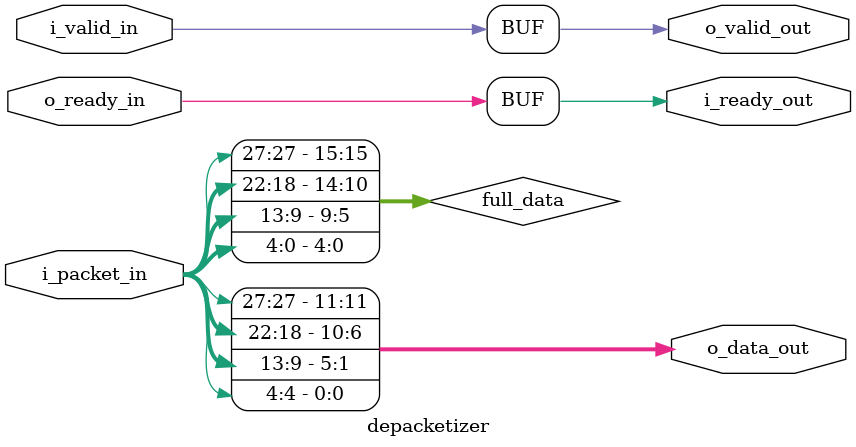
<source format=sv>
/*
 * function : take in packets and spit out data only (strip control)
 * author   : Mohamed S. Abdelfattah
 * date     : 3-SEPT-2014
 */

module depacketizer
#(
	parameter WIDTH_PKT = 36,
	parameter WIDTH_DATA = 12,
	parameter VC_ADDRESS_WIDTH = 1,
	parameter ADDRESS_WIDTH = 4
)
(
	input [WIDTH_PKT-1:0] i_packet_in,
	input                 i_valid_in,
	output                i_ready_out,
	
	output [WIDTH_DATA-1:0] o_data_out,
	output                  o_valid_out,
	input                   o_ready_in
);

localparam WIDTH_FLIT = WIDTH_PKT/4;
localparam DATA_POS_HEAD = WIDTH_PKT - 3 - VC_ADDRESS_WIDTH - ADDRESS_WIDTH - 1;
localparam DATA_POS_B1   = WIDTH_PKT - WIDTH_FLIT - 3 - VC_ADDRESS_WIDTH - 1;
localparam DATA_POS_B2   = WIDTH_PKT - 2*WIDTH_FLIT - 3 - VC_ADDRESS_WIDTH - 1;
localparam DATA_POS_TAIL = WIDTH_PKT - 3*WIDTH_FLIT - 3 - VC_ADDRESS_WIDTH - 1;

localparam WIDTH_DATA_IDL = WIDTH_PKT - 3*4 -4*VC_ADDRESS_WIDTH - ADDRESS_WIDTH;
localparam EXTRA_BITS = WIDTH_DATA_IDL - WIDTH_DATA;

wire [WIDTH_DATA_IDL-1:0] full_data;


//------------------------------------------------------------------------
// Implementation
//------------------------------------------------------------------------

assign i_ready_out = o_ready_in;
assign o_valid_out = i_valid_in;


//here we need to strip all the control bits and concat data back together


assign full_data = {
		i_packet_in[DATA_POS_HEAD : 3*WIDTH_FLIT],
		i_packet_in[DATA_POS_B1   : 2*WIDTH_FLIT],
		i_packet_in[DATA_POS_B2   : 1*WIDTH_FLIT],
		i_packet_in[DATA_POS_TAIL : 0]
};

assign o_data_out = full_data[WIDTH_DATA_IDL-1 -: WIDTH_DATA];



endmodule

</source>
